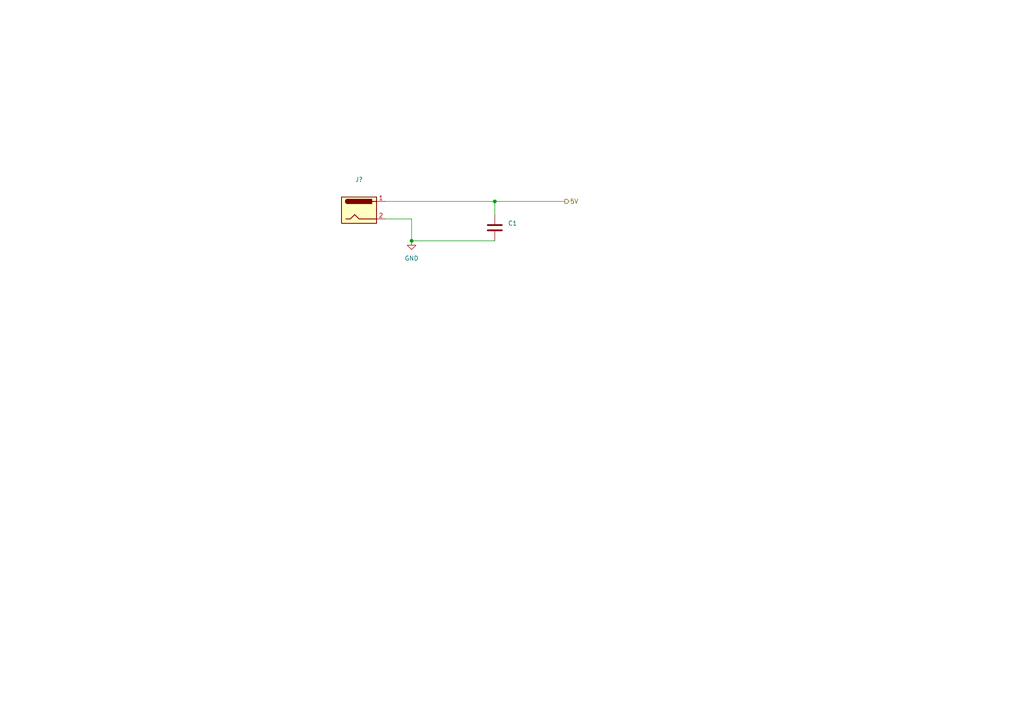
<source format=kicad_sch>
(kicad_sch (version 20211123) (generator eeschema)
  (paper "A4")
  (lib_symbols
    (symbol "Connector:Barrel_Jack" (pin_names (offset 1.016))
      (property "Reference" "J" (at 0 5.334 0))
      (property "Value" "Barrel_Jack" (at 0 -5.08 0))
      (symbol "Barrel_Jack_0_1"
        (rectangle (start -5.08 3.81) (end 5.08 -3.81) (stroke (width 0.254)) (fill (type background)))
        (arc (start -3.302 3.175) (mid -3.937 2.54) (end -3.302 1.905) (stroke (width 0.254)))
        (arc (start -3.302 3.175) (mid -3.937 2.54) (end -3.302 1.905) (stroke (width 0.254)) (fill (type outline)))
        (polyline (pts (xy 5.08 2.54) (xy 3.81 2.54)) (stroke (width 0.254)))
        (polyline (pts (xy -3.81 -2.54) (xy -2.54 -2.54) (xy -1.27 -1.27) (xy 0 -2.54) (xy 2.54 -2.54) (xy 5.08 -2.54)) (stroke (width 0.254)))
        (rectangle (start 3.683 3.175) (end -3.302 1.905) (stroke (width 0.254)) (fill (type outline)))
      )
      (symbol "Barrel_Jack_1_1"
        (pin passive line (at 7.62 2.54 180) (length 2.54) (name "~") (number "1"))
        (pin passive line (at 7.62 -2.54 180) (length 2.54) (name "~") (number "2"))
      )
    )
    (symbol "Device:C" (pin_numbers hide) (pin_names (offset 0.254))
      (property "Reference" "C" (at 0.635 2.54 0))
      (property "Value" "C" (at 0.635 -2.54 0))
      (symbol "C_0_1"
        (polyline (pts (xy -2.032 -0.762) (xy 2.032 -0.762)) (stroke (width 0.508)))
        (polyline (pts (xy -2.032 0.762) (xy 2.032 0.762)) (stroke (width 0.508)))
      )
      (symbol "C_1_1"
        (pin passive line (at 0 3.81 270) (length 2.794) (name "~") (number "1"))
        (pin passive line (at 0 -3.81 90) (length 2.794) (name "~") (number "2"))
      )
    )
    (symbol "power:GND" (power) (pin_names (offset 0))
      (property "Value" "GND" (at 0 -3.81 0))
      (symbol "GND_0_1"
        (polyline (pts (xy 0 0) (xy 0 -1.27) (xy 1.27 -1.27) (xy 0 -2.54) (xy -1.27 -1.27) (xy 0 -1.27)))
      )
      (symbol "GND_1_1"
        (pin power_in line (at 0 0 270) (length 0) hide (name "GND") (number "1"))
      )
    )
  )
  (junction (at 119.38 69.85))
  (junction (at 143.51 58.42))
  (wire (pts (xy 143.51 58.42) (xy 143.51 62.23)))
  (wire (pts (xy 111.76 63.5) (xy 119.38 63.5)))
  (wire (pts (xy 119.38 63.5) (xy 119.38 69.85)))
  (wire (pts (xy 119.38 69.85) (xy 143.51 69.85)))
  (wire (pts (xy 143.51 58.42) (xy 163.83 58.42)))
  (wire (pts (xy 111.76 58.42) (xy 143.51 58.42)))
  (hierarchical_label "5V" (shape output) (at 163.83 58.42 0))
  (symbol (lib_id "Device:C") (at 143.51 66.04 180) (unit 1)
    (property "Reference" "C1" (at 147.32 64.7699 0) (effects (justify right)))
  )
  (symbol (lib_id "Connector:Barrel_Jack") (at 104.14 60.96 0) (unit 1)
    (property "Reference" "J?" (at 104.14 52.07 0))
  )
  (symbol (lib_id "power:GND") (at 119.38 69.85 0) (unit 1)
    (property "Reference" "#PWR?" (effects hide))
  )
)
</source>
